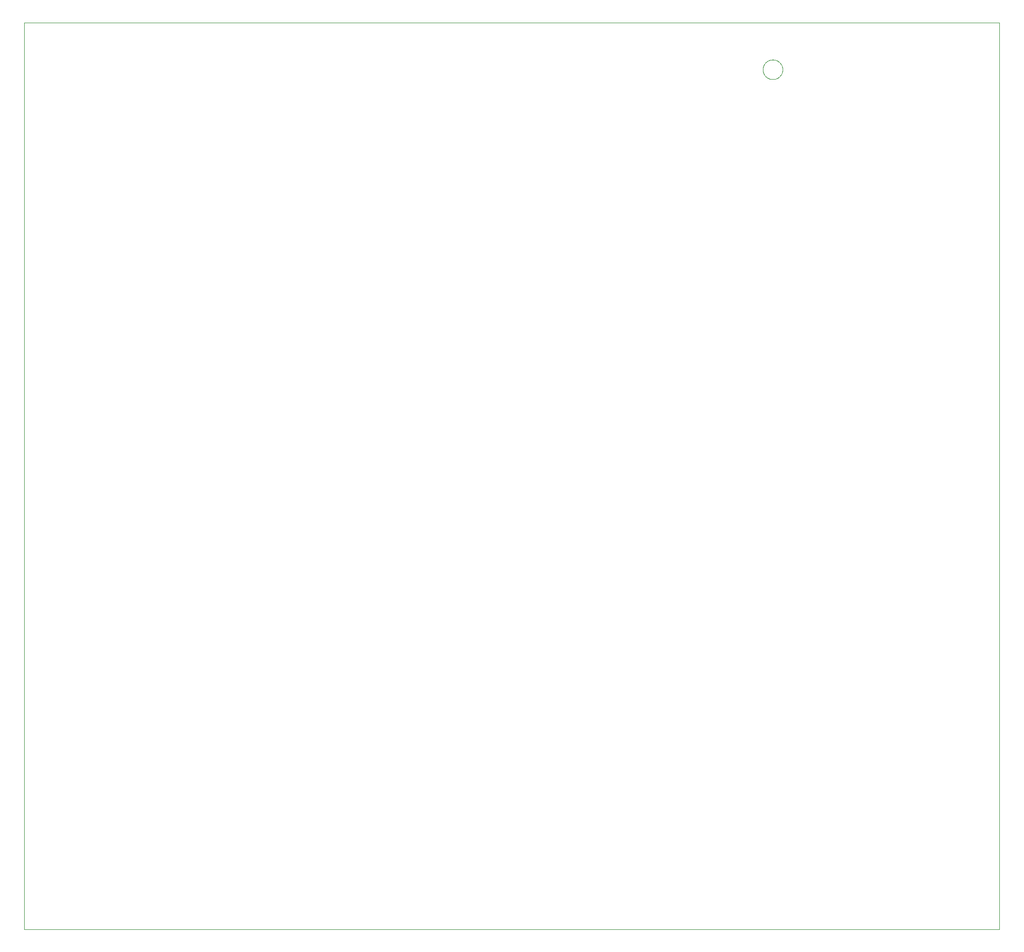
<source format=gko>
G75*
%MOIN*%
%OFA0B0*%
%FSLAX25Y25*%
%IPPOS*%
%LPD*%
%AMOC8*
5,1,8,0,0,1.08239X$1,22.5*
%
%ADD10C,0.00000*%
D10*
X0016300Y0011300D02*
X0016300Y0611300D01*
X0661300Y0611300D01*
X0661300Y0011300D01*
X0016300Y0011300D01*
X0504800Y0580300D02*
X0504802Y0580461D01*
X0504808Y0580621D01*
X0504818Y0580782D01*
X0504832Y0580942D01*
X0504850Y0581102D01*
X0504871Y0581261D01*
X0504897Y0581420D01*
X0504927Y0581578D01*
X0504960Y0581735D01*
X0504998Y0581892D01*
X0505039Y0582047D01*
X0505084Y0582201D01*
X0505133Y0582354D01*
X0505186Y0582506D01*
X0505242Y0582657D01*
X0505303Y0582806D01*
X0505366Y0582954D01*
X0505434Y0583100D01*
X0505505Y0583244D01*
X0505579Y0583386D01*
X0505657Y0583527D01*
X0505739Y0583665D01*
X0505824Y0583802D01*
X0505912Y0583936D01*
X0506004Y0584068D01*
X0506099Y0584198D01*
X0506197Y0584326D01*
X0506298Y0584451D01*
X0506402Y0584573D01*
X0506509Y0584693D01*
X0506619Y0584810D01*
X0506732Y0584925D01*
X0506848Y0585036D01*
X0506967Y0585145D01*
X0507088Y0585250D01*
X0507212Y0585353D01*
X0507338Y0585453D01*
X0507466Y0585549D01*
X0507597Y0585642D01*
X0507731Y0585732D01*
X0507866Y0585819D01*
X0508004Y0585902D01*
X0508143Y0585982D01*
X0508285Y0586058D01*
X0508428Y0586131D01*
X0508573Y0586200D01*
X0508720Y0586266D01*
X0508868Y0586328D01*
X0509018Y0586386D01*
X0509169Y0586441D01*
X0509322Y0586492D01*
X0509476Y0586539D01*
X0509631Y0586582D01*
X0509787Y0586621D01*
X0509943Y0586657D01*
X0510101Y0586688D01*
X0510259Y0586716D01*
X0510418Y0586740D01*
X0510578Y0586760D01*
X0510738Y0586776D01*
X0510898Y0586788D01*
X0511059Y0586796D01*
X0511220Y0586800D01*
X0511380Y0586800D01*
X0511541Y0586796D01*
X0511702Y0586788D01*
X0511862Y0586776D01*
X0512022Y0586760D01*
X0512182Y0586740D01*
X0512341Y0586716D01*
X0512499Y0586688D01*
X0512657Y0586657D01*
X0512813Y0586621D01*
X0512969Y0586582D01*
X0513124Y0586539D01*
X0513278Y0586492D01*
X0513431Y0586441D01*
X0513582Y0586386D01*
X0513732Y0586328D01*
X0513880Y0586266D01*
X0514027Y0586200D01*
X0514172Y0586131D01*
X0514315Y0586058D01*
X0514457Y0585982D01*
X0514596Y0585902D01*
X0514734Y0585819D01*
X0514869Y0585732D01*
X0515003Y0585642D01*
X0515134Y0585549D01*
X0515262Y0585453D01*
X0515388Y0585353D01*
X0515512Y0585250D01*
X0515633Y0585145D01*
X0515752Y0585036D01*
X0515868Y0584925D01*
X0515981Y0584810D01*
X0516091Y0584693D01*
X0516198Y0584573D01*
X0516302Y0584451D01*
X0516403Y0584326D01*
X0516501Y0584198D01*
X0516596Y0584068D01*
X0516688Y0583936D01*
X0516776Y0583802D01*
X0516861Y0583665D01*
X0516943Y0583527D01*
X0517021Y0583386D01*
X0517095Y0583244D01*
X0517166Y0583100D01*
X0517234Y0582954D01*
X0517297Y0582806D01*
X0517358Y0582657D01*
X0517414Y0582506D01*
X0517467Y0582354D01*
X0517516Y0582201D01*
X0517561Y0582047D01*
X0517602Y0581892D01*
X0517640Y0581735D01*
X0517673Y0581578D01*
X0517703Y0581420D01*
X0517729Y0581261D01*
X0517750Y0581102D01*
X0517768Y0580942D01*
X0517782Y0580782D01*
X0517792Y0580621D01*
X0517798Y0580461D01*
X0517800Y0580300D01*
X0517798Y0580139D01*
X0517792Y0579979D01*
X0517782Y0579818D01*
X0517768Y0579658D01*
X0517750Y0579498D01*
X0517729Y0579339D01*
X0517703Y0579180D01*
X0517673Y0579022D01*
X0517640Y0578865D01*
X0517602Y0578708D01*
X0517561Y0578553D01*
X0517516Y0578399D01*
X0517467Y0578246D01*
X0517414Y0578094D01*
X0517358Y0577943D01*
X0517297Y0577794D01*
X0517234Y0577646D01*
X0517166Y0577500D01*
X0517095Y0577356D01*
X0517021Y0577214D01*
X0516943Y0577073D01*
X0516861Y0576935D01*
X0516776Y0576798D01*
X0516688Y0576664D01*
X0516596Y0576532D01*
X0516501Y0576402D01*
X0516403Y0576274D01*
X0516302Y0576149D01*
X0516198Y0576027D01*
X0516091Y0575907D01*
X0515981Y0575790D01*
X0515868Y0575675D01*
X0515752Y0575564D01*
X0515633Y0575455D01*
X0515512Y0575350D01*
X0515388Y0575247D01*
X0515262Y0575147D01*
X0515134Y0575051D01*
X0515003Y0574958D01*
X0514869Y0574868D01*
X0514734Y0574781D01*
X0514596Y0574698D01*
X0514457Y0574618D01*
X0514315Y0574542D01*
X0514172Y0574469D01*
X0514027Y0574400D01*
X0513880Y0574334D01*
X0513732Y0574272D01*
X0513582Y0574214D01*
X0513431Y0574159D01*
X0513278Y0574108D01*
X0513124Y0574061D01*
X0512969Y0574018D01*
X0512813Y0573979D01*
X0512657Y0573943D01*
X0512499Y0573912D01*
X0512341Y0573884D01*
X0512182Y0573860D01*
X0512022Y0573840D01*
X0511862Y0573824D01*
X0511702Y0573812D01*
X0511541Y0573804D01*
X0511380Y0573800D01*
X0511220Y0573800D01*
X0511059Y0573804D01*
X0510898Y0573812D01*
X0510738Y0573824D01*
X0510578Y0573840D01*
X0510418Y0573860D01*
X0510259Y0573884D01*
X0510101Y0573912D01*
X0509943Y0573943D01*
X0509787Y0573979D01*
X0509631Y0574018D01*
X0509476Y0574061D01*
X0509322Y0574108D01*
X0509169Y0574159D01*
X0509018Y0574214D01*
X0508868Y0574272D01*
X0508720Y0574334D01*
X0508573Y0574400D01*
X0508428Y0574469D01*
X0508285Y0574542D01*
X0508143Y0574618D01*
X0508004Y0574698D01*
X0507866Y0574781D01*
X0507731Y0574868D01*
X0507597Y0574958D01*
X0507466Y0575051D01*
X0507338Y0575147D01*
X0507212Y0575247D01*
X0507088Y0575350D01*
X0506967Y0575455D01*
X0506848Y0575564D01*
X0506732Y0575675D01*
X0506619Y0575790D01*
X0506509Y0575907D01*
X0506402Y0576027D01*
X0506298Y0576149D01*
X0506197Y0576274D01*
X0506099Y0576402D01*
X0506004Y0576532D01*
X0505912Y0576664D01*
X0505824Y0576798D01*
X0505739Y0576935D01*
X0505657Y0577073D01*
X0505579Y0577214D01*
X0505505Y0577356D01*
X0505434Y0577500D01*
X0505366Y0577646D01*
X0505303Y0577794D01*
X0505242Y0577943D01*
X0505186Y0578094D01*
X0505133Y0578246D01*
X0505084Y0578399D01*
X0505039Y0578553D01*
X0504998Y0578708D01*
X0504960Y0578865D01*
X0504927Y0579022D01*
X0504897Y0579180D01*
X0504871Y0579339D01*
X0504850Y0579498D01*
X0504832Y0579658D01*
X0504818Y0579818D01*
X0504808Y0579979D01*
X0504802Y0580139D01*
X0504800Y0580300D01*
M02*

</source>
